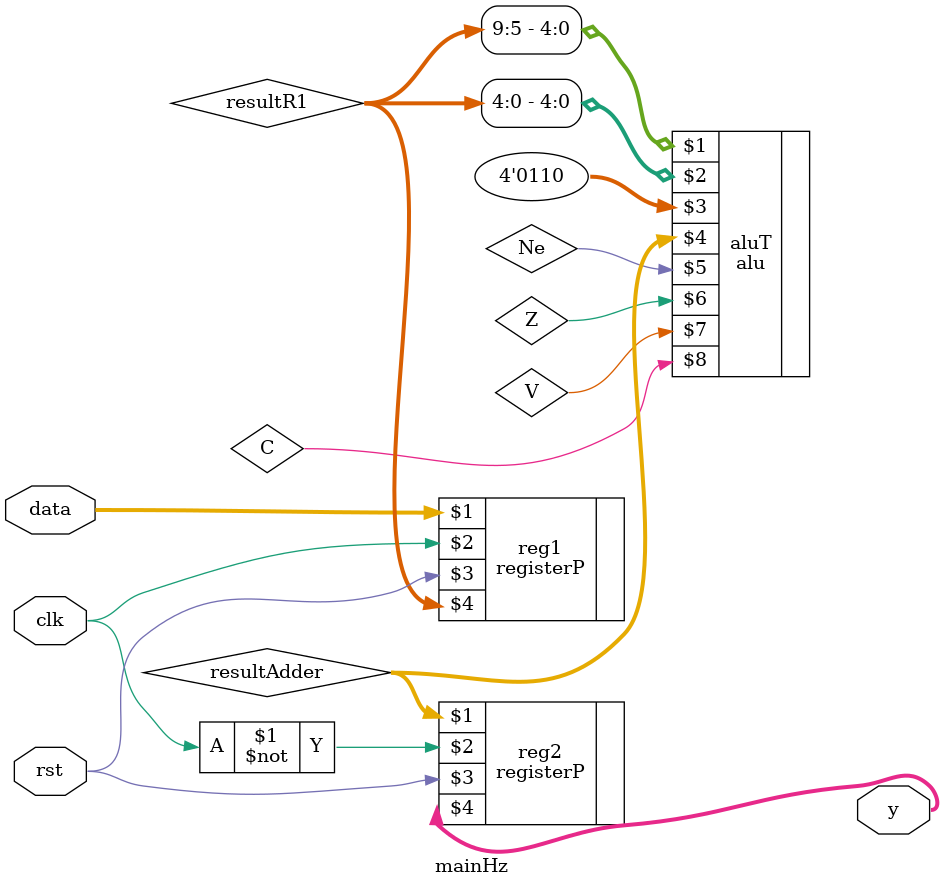
<source format=sv>
module mainHz(input clk, rst, input [9:0] data, output [9:0] y);

	logic [9:0] resultR1, resultAdder;

	registerP reg1(data, clk, rst, resultR1);
	
	alu #(10) aluT(resultR1[9:5], resultR1[4:0], 4'b0110, resultAdder, Ne, Z, V, C);

	registerP reg2(resultAdder, ~clk, rst, y);

endmodule 
</source>
